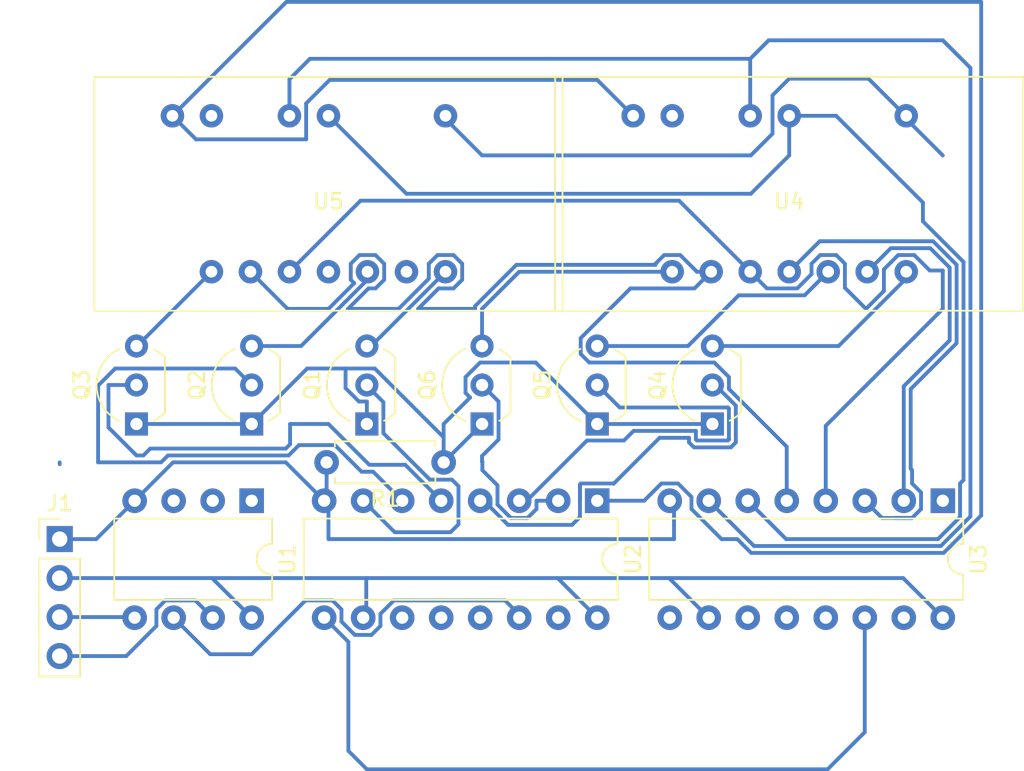
<source format=kicad_pcb>
(kicad_pcb (version 20171130) (host pcbnew 5.1.10)

  (general
    (thickness 1.6)
    (drawings 0)
    (tracks 319)
    (zones 0)
    (modules 13)
    (nets 36)
  )

  (page A4)
  (layers
    (0 F.Cu signal)
    (31 B.Cu signal)
    (33 F.Adhes user)
    (35 F.Paste user)
    (37 F.SilkS user)
    (38 B.Mask user)
    (39 F.Mask user)
    (40 Dwgs.User user)
    (41 Cmts.User user)
    (42 Eco1.User user)
    (43 Eco2.User user)
    (44 Edge.Cuts user)
    (45 Margin user)
    (46 B.CrtYd user)
    (47 F.CrtYd user)
    (49 F.Fab user)
  )

  (setup
    (last_trace_width 0.25)
    (trace_clearance 0.2)
    (zone_clearance 0.508)
    (zone_45_only no)
    (trace_min 0.2)
    (via_size 0.8)
    (via_drill 0.4)
    (via_min_size 0.4)
    (via_min_drill 0.3)
    (uvia_size 0.3)
    (uvia_drill 0.1)
    (uvias_allowed no)
    (uvia_min_size 0.2)
    (uvia_min_drill 0.1)
    (edge_width 0.05)
    (segment_width 0.2)
    (pcb_text_width 0.3)
    (pcb_text_size 1.5 1.5)
    (mod_edge_width 0.12)
    (mod_text_size 1 1)
    (mod_text_width 0.15)
    (pad_size 1.524 1.524)
    (pad_drill 0.762)
    (pad_to_mask_clearance 0)
    (aux_axis_origin 0 0)
    (visible_elements FFFFFF7F)
    (pcbplotparams
      (layerselection 0x010fc_ffffffff)
      (usegerberextensions false)
      (usegerberattributes true)
      (usegerberadvancedattributes true)
      (creategerberjobfile true)
      (excludeedgelayer true)
      (linewidth 0.100000)
      (plotframeref false)
      (viasonmask false)
      (mode 1)
      (useauxorigin false)
      (hpglpennumber 1)
      (hpglpenspeed 20)
      (hpglpendiameter 15.000000)
      (psnegative false)
      (psa4output false)
      (plotreference true)
      (plotvalue true)
      (plotinvisibletext false)
      (padsonsilk false)
      (subtractmaskfromsilk false)
      (outputformat 1)
      (mirror false)
      (drillshape 1)
      (scaleselection 1)
      (outputdirectory ""))
  )

  (net 0 "")
  (net 1 "Net-(J1-Pad4)")
  (net 2 "Net-(J1-Pad3)")
  (net 3 +5V)
  (net 4 GND)
  (net 5 "Net-(Q1-Pad1)")
  (net 6 "Net-(Q1-Pad3)")
  (net 7 "Net-(Q1-Pad2)")
  (net 8 "Net-(Q2-Pad3)")
  (net 9 "Net-(Q2-Pad2)")
  (net 10 "Net-(Q3-Pad3)")
  (net 11 "Net-(Q3-Pad2)")
  (net 12 "Net-(Q4-Pad3)")
  (net 13 "Net-(Q4-Pad2)")
  (net 14 "Net-(Q5-Pad3)")
  (net 15 "Net-(Q5-Pad2)")
  (net 16 "Net-(Q6-Pad3)")
  (net 17 "Net-(Q6-Pad2)")
  (net 18 "Net-(U1-Pad2)")
  (net 19 "Net-(U1-Pad1)")
  (net 20 "Net-(U2-Pad15)")
  (net 21 "Net-(U1-Pad6)")
  (net 22 "Net-(U1-Pad3)")
  (net 23 "Net-(U2-Pad9)")
  (net 24 "Net-(U2-Pad1)")
  (net 25 "Net-(U3-Pad15)")
  (net 26 "Net-(U3-Pad7)")
  (net 27 "Net-(U3-Pad6)")
  (net 28 "Net-(U3-Pad5)")
  (net 29 "Net-(U3-Pad4)")
  (net 30 "Net-(U3-Pad3)")
  (net 31 "Net-(U3-Pad2)")
  (net 32 "Net-(U3-Pad9)")
  (net 33 "Net-(U3-Pad1)")
  (net 34 "Net-(U4-Pad14)")
  (net 35 "Net-(U5-Pad14)")

  (net_class Default "This is the default net class."
    (clearance 0.2)
    (trace_width 0.25)
    (via_dia 0.8)
    (via_drill 0.4)
    (uvia_dia 0.3)
    (uvia_drill 0.1)
    (add_net +5V)
    (add_net GND)
    (add_net "Net-(J1-Pad3)")
    (add_net "Net-(J1-Pad4)")
    (add_net "Net-(Q1-Pad1)")
    (add_net "Net-(Q1-Pad2)")
    (add_net "Net-(Q1-Pad3)")
    (add_net "Net-(Q2-Pad2)")
    (add_net "Net-(Q2-Pad3)")
    (add_net "Net-(Q3-Pad2)")
    (add_net "Net-(Q3-Pad3)")
    (add_net "Net-(Q4-Pad2)")
    (add_net "Net-(Q4-Pad3)")
    (add_net "Net-(Q5-Pad2)")
    (add_net "Net-(Q5-Pad3)")
    (add_net "Net-(Q6-Pad2)")
    (add_net "Net-(Q6-Pad3)")
    (add_net "Net-(U1-Pad1)")
    (add_net "Net-(U1-Pad2)")
    (add_net "Net-(U1-Pad3)")
    (add_net "Net-(U1-Pad6)")
    (add_net "Net-(U2-Pad1)")
    (add_net "Net-(U2-Pad15)")
    (add_net "Net-(U2-Pad9)")
    (add_net "Net-(U3-Pad1)")
    (add_net "Net-(U3-Pad15)")
    (add_net "Net-(U3-Pad2)")
    (add_net "Net-(U3-Pad3)")
    (add_net "Net-(U3-Pad4)")
    (add_net "Net-(U3-Pad5)")
    (add_net "Net-(U3-Pad6)")
    (add_net "Net-(U3-Pad7)")
    (add_net "Net-(U3-Pad9)")
    (add_net "Net-(U4-Pad14)")
    (add_net "Net-(U5-Pad14)")
  )

  (module Package_TO_SOT_THT:TO-92_Inline_Wide (layer F.Cu) (tedit 5A02FF81) (tstamp 60FCB5D1)
    (at -697.5 77.5 90)
    (descr "TO-92 leads in-line, wide, drill 0.75mm (see NXP sot054_po.pdf)")
    (tags "to-92 sc-43 sc-43a sot54 PA33 transistor")
    (path /60FFECDE)
    (fp_text reference Q6 (at 2.54 -3.56 90) (layer F.SilkS)
      (effects (font (size 1 1) (thickness 0.15)))
    )
    (fp_text value 2N7000 (at 2.54 2.79 90) (layer F.Fab)
      (effects (font (size 1 1) (thickness 0.15)))
    )
    (fp_line (start 0.74 1.85) (end 4.34 1.85) (layer F.SilkS) (width 0.12))
    (fp_line (start 0.8 1.75) (end 4.3 1.75) (layer F.Fab) (width 0.1))
    (fp_line (start -1.01 -2.73) (end 6.09 -2.73) (layer F.CrtYd) (width 0.05))
    (fp_line (start -1.01 -2.73) (end -1.01 2.01) (layer F.CrtYd) (width 0.05))
    (fp_line (start 6.09 2.01) (end 6.09 -2.73) (layer F.CrtYd) (width 0.05))
    (fp_line (start 6.09 2.01) (end -1.01 2.01) (layer F.CrtYd) (width 0.05))
    (fp_arc (start 2.54 0) (end 4.34 1.85) (angle -20) (layer F.SilkS) (width 0.12))
    (fp_arc (start 2.54 0) (end 2.54 -2.48) (angle -135) (layer F.Fab) (width 0.1))
    (fp_arc (start 2.54 0) (end 2.54 -2.48) (angle 135) (layer F.Fab) (width 0.1))
    (fp_arc (start 2.54 0) (end 2.54 -2.6) (angle 65) (layer F.SilkS) (width 0.12))
    (fp_arc (start 2.54 0) (end 2.54 -2.6) (angle -65) (layer F.SilkS) (width 0.12))
    (fp_arc (start 2.54 0) (end 0.74 1.85) (angle 20) (layer F.SilkS) (width 0.12))
    (fp_text user %R (at 2.54 0 90) (layer F.Fab)
      (effects (font (size 1 1) (thickness 0.15)))
    )
    (pad 1 thru_hole rect (at 0 0 90) (size 1.5 1.5) (drill 0.8) (layers *.Cu *.Mask)
      (net 5 "Net-(Q1-Pad1)"))
    (pad 3 thru_hole circle (at 5.08 0 90) (size 1.5 1.5) (drill 0.8) (layers *.Cu *.Mask)
      (net 16 "Net-(Q6-Pad3)"))
    (pad 2 thru_hole circle (at 2.54 0 90) (size 1.5 1.5) (drill 0.8) (layers *.Cu *.Mask)
      (net 17 "Net-(Q6-Pad2)"))
    (model ${KISYS3DMOD}/Package_TO_SOT_THT.3dshapes/TO-92_Inline_Wide.wrl
      (at (xyz 0 0 0))
      (scale (xyz 1 1 1))
      (rotate (xyz 0 0 0))
    )
  )

  (module Resistor_THT:R_Axial_DIN0207_L6.3mm_D2.5mm_P7.62mm_Horizontal (layer F.Cu) (tedit 5AE5139B) (tstamp 60FCB5E8)
    (at -700 80 180)
    (descr "Resistor, Axial_DIN0207 series, Axial, Horizontal, pin pitch=7.62mm, 0.25W = 1/4W, length*diameter=6.3*2.5mm^2, http://cdn-reichelt.de/documents/datenblatt/B400/1_4W%23YAG.pdf")
    (tags "Resistor Axial_DIN0207 series Axial Horizontal pin pitch 7.62mm 0.25W = 1/4W length 6.3mm diameter 2.5mm")
    (path /60FCC95C)
    (fp_text reference R1 (at 3.81 -2.37) (layer F.SilkS)
      (effects (font (size 1 1) (thickness 0.15)))
    )
    (fp_text value 220 (at 3.81 2.37) (layer F.Fab)
      (effects (font (size 1 1) (thickness 0.15)))
    )
    (fp_line (start 0.66 -1.25) (end 0.66 1.25) (layer F.Fab) (width 0.1))
    (fp_line (start 0.66 1.25) (end 6.96 1.25) (layer F.Fab) (width 0.1))
    (fp_line (start 6.96 1.25) (end 6.96 -1.25) (layer F.Fab) (width 0.1))
    (fp_line (start 6.96 -1.25) (end 0.66 -1.25) (layer F.Fab) (width 0.1))
    (fp_line (start 0 0) (end 0.66 0) (layer F.Fab) (width 0.1))
    (fp_line (start 7.62 0) (end 6.96 0) (layer F.Fab) (width 0.1))
    (fp_line (start 0.54 -1.04) (end 0.54 -1.37) (layer F.SilkS) (width 0.12))
    (fp_line (start 0.54 -1.37) (end 7.08 -1.37) (layer F.SilkS) (width 0.12))
    (fp_line (start 7.08 -1.37) (end 7.08 -1.04) (layer F.SilkS) (width 0.12))
    (fp_line (start 0.54 1.04) (end 0.54 1.37) (layer F.SilkS) (width 0.12))
    (fp_line (start 0.54 1.37) (end 7.08 1.37) (layer F.SilkS) (width 0.12))
    (fp_line (start 7.08 1.37) (end 7.08 1.04) (layer F.SilkS) (width 0.12))
    (fp_line (start -1.05 -1.5) (end -1.05 1.5) (layer F.CrtYd) (width 0.05))
    (fp_line (start -1.05 1.5) (end 8.67 1.5) (layer F.CrtYd) (width 0.05))
    (fp_line (start 8.67 1.5) (end 8.67 -1.5) (layer F.CrtYd) (width 0.05))
    (fp_line (start 8.67 -1.5) (end -1.05 -1.5) (layer F.CrtYd) (width 0.05))
    (fp_text user %R (at 3.81 0) (layer F.Fab)
      (effects (font (size 1 1) (thickness 0.15)))
    )
    (pad 2 thru_hole oval (at 7.62 0 180) (size 1.6 1.6) (drill 0.8) (layers *.Cu *.Mask)
      (net 4 GND))
    (pad 1 thru_hole circle (at 0 0 180) (size 1.6 1.6) (drill 0.8) (layers *.Cu *.Mask)
      (net 5 "Net-(Q1-Pad1)"))
    (model ${KISYS3DMOD}/Resistor_THT.3dshapes/R_Axial_DIN0207_L6.3mm_D2.5mm_P7.62mm_Horizontal.wrl
      (at (xyz 0 0 0))
      (scale (xyz 1 1 1))
      (rotate (xyz 0 0 0))
    )
  )

  (module Package_TO_SOT_THT:TO-92_Inline_Wide (layer F.Cu) (tedit 5A02FF81) (tstamp 60FCB5BD)
    (at -690 77.5 90)
    (descr "TO-92 leads in-line, wide, drill 0.75mm (see NXP sot054_po.pdf)")
    (tags "to-92 sc-43 sc-43a sot54 PA33 transistor")
    (path /60FFDD8B)
    (fp_text reference Q5 (at 2.54 -3.56 90) (layer F.SilkS)
      (effects (font (size 1 1) (thickness 0.15)))
    )
    (fp_text value 2N7000 (at 2.54 2.79 90) (layer F.Fab)
      (effects (font (size 1 1) (thickness 0.15)))
    )
    (fp_line (start 0.74 1.85) (end 4.34 1.85) (layer F.SilkS) (width 0.12))
    (fp_line (start 0.8 1.75) (end 4.3 1.75) (layer F.Fab) (width 0.1))
    (fp_line (start -1.01 -2.73) (end 6.09 -2.73) (layer F.CrtYd) (width 0.05))
    (fp_line (start -1.01 -2.73) (end -1.01 2.01) (layer F.CrtYd) (width 0.05))
    (fp_line (start 6.09 2.01) (end 6.09 -2.73) (layer F.CrtYd) (width 0.05))
    (fp_line (start 6.09 2.01) (end -1.01 2.01) (layer F.CrtYd) (width 0.05))
    (fp_arc (start 2.54 0) (end 4.34 1.85) (angle -20) (layer F.SilkS) (width 0.12))
    (fp_arc (start 2.54 0) (end 2.54 -2.48) (angle -135) (layer F.Fab) (width 0.1))
    (fp_arc (start 2.54 0) (end 2.54 -2.48) (angle 135) (layer F.Fab) (width 0.1))
    (fp_arc (start 2.54 0) (end 2.54 -2.6) (angle 65) (layer F.SilkS) (width 0.12))
    (fp_arc (start 2.54 0) (end 2.54 -2.6) (angle -65) (layer F.SilkS) (width 0.12))
    (fp_arc (start 2.54 0) (end 0.74 1.85) (angle 20) (layer F.SilkS) (width 0.12))
    (fp_text user %R (at 2.54 0 90) (layer F.Fab)
      (effects (font (size 1 1) (thickness 0.15)))
    )
    (pad 1 thru_hole rect (at 0 0 90) (size 1.5 1.5) (drill 0.8) (layers *.Cu *.Mask)
      (net 5 "Net-(Q1-Pad1)"))
    (pad 3 thru_hole circle (at 5.08 0 90) (size 1.5 1.5) (drill 0.8) (layers *.Cu *.Mask)
      (net 14 "Net-(Q5-Pad3)"))
    (pad 2 thru_hole circle (at 2.54 0 90) (size 1.5 1.5) (drill 0.8) (layers *.Cu *.Mask)
      (net 15 "Net-(Q5-Pad2)"))
    (model ${KISYS3DMOD}/Package_TO_SOT_THT.3dshapes/TO-92_Inline_Wide.wrl
      (at (xyz 0 0 0))
      (scale (xyz 1 1 1))
      (rotate (xyz 0 0 0))
    )
  )

  (module displayModule:HDSP-433G (layer F.Cu) (tedit 60FC5101) (tstamp 60FCB674)
    (at -707.5 62.5)
    (path /60F8DEFB)
    (fp_text reference U5 (at 0 0.5) (layer F.SilkS)
      (effects (font (size 1 1) (thickness 0.15)))
    )
    (fp_text value HDSP-433G (at 0 -0.5) (layer F.Fab)
      (effects (font (size 1 1) (thickness 0.15)))
    )
    (fp_line (start -15.24 -7.62) (end 15.24 -7.62) (layer F.SilkS) (width 0.12))
    (fp_line (start 15.24 -7.62) (end 15.24 7.62) (layer F.SilkS) (width 0.12))
    (fp_line (start 15.24 7.62) (end -15.24 7.62) (layer F.SilkS) (width 0.12))
    (fp_line (start -15.24 7.62) (end -15.24 -7.62) (layer F.SilkS) (width 0.12))
    (pad 4 thru_hole circle (at 0 5.08) (size 1.524 1.524) (drill 0.762) (layers *.Cu *.Mask)
      (net 30 "Net-(U3-Pad3)"))
    (pad 3 thru_hole circle (at -2.54 5.08) (size 1.524 1.524) (drill 0.762) (layers *.Cu *.Mask)
      (net 29 "Net-(U3-Pad4)"))
    (pad 2 thru_hole circle (at -5.08 5.08) (size 1.524 1.524) (drill 0.762) (layers *.Cu *.Mask)
      (net 28 "Net-(U3-Pad5)"))
    (pad 1 thru_hole circle (at -7.62 5.08) (size 1.524 1.524) (drill 0.762) (layers *.Cu *.Mask)
      (net 10 "Net-(Q3-Pad3)"))
    (pad 5 thru_hole circle (at 2.54 5.08) (size 1.524 1.524) (drill 0.762) (layers *.Cu *.Mask)
      (net 8 "Net-(Q2-Pad3)"))
    (pad 6 thru_hole circle (at 5.08 5.08) (size 1.524 1.524) (drill 0.762) (layers *.Cu *.Mask)
      (net 31 "Net-(U3-Pad2)"))
    (pad 7 thru_hole circle (at 7.62 5.08) (size 1.524 1.524) (drill 0.762) (layers *.Cu *.Mask)
      (net 6 "Net-(Q1-Pad3)"))
    (pad 8 thru_hole circle (at 7.62 -5.08) (size 1.524 1.524) (drill 0.762) (layers *.Cu *.Mask)
      (net 33 "Net-(U3-Pad1)"))
    (pad 11 thru_hole circle (at 0 -5.08) (size 1.524 1.524) (drill 0.762) (layers *.Cu *.Mask)
      (net 27 "Net-(U3-Pad6)"))
    (pad 12 thru_hole circle (at -2.54 -5.08) (size 1.524 1.524) (drill 0.762) (layers *.Cu *.Mask)
      (net 26 "Net-(U3-Pad7)"))
    (pad 14 thru_hole circle (at -7.62 -5.08) (size 1.524 1.524) (drill 0.762) (layers *.Cu *.Mask)
      (net 35 "Net-(U5-Pad14)"))
    (pad 15 thru_hole circle (at -10.16 -5.08) (size 1.524 1.524) (drill 0.762) (layers *.Cu *.Mask)
      (net 24 "Net-(U2-Pad1)"))
  )

  (module displayModule:HDSP-433G (layer F.Cu) (tedit 60FC5101) (tstamp 610EBFBB)
    (at -677.5 62.5)
    (path /60F8C95F)
    (fp_text reference U4 (at 0 0.5) (layer F.SilkS)
      (effects (font (size 1 1) (thickness 0.15)))
    )
    (fp_text value HDSP-433G (at 0 -0.5) (layer F.Fab)
      (effects (font (size 1 1) (thickness 0.15)))
    )
    (fp_line (start -15.24 -7.62) (end 15.24 -7.62) (layer F.SilkS) (width 0.12))
    (fp_line (start 15.24 -7.62) (end 15.24 7.62) (layer F.SilkS) (width 0.12))
    (fp_line (start 15.24 7.62) (end -15.24 7.62) (layer F.SilkS) (width 0.12))
    (fp_line (start -15.24 7.62) (end -15.24 -7.62) (layer F.SilkS) (width 0.12))
    (pad 4 thru_hole circle (at 0 5.08) (size 1.524 1.524) (drill 0.762) (layers *.Cu *.Mask)
      (net 30 "Net-(U3-Pad3)"))
    (pad 3 thru_hole circle (at -2.54 5.08) (size 1.524 1.524) (drill 0.762) (layers *.Cu *.Mask)
      (net 29 "Net-(U3-Pad4)"))
    (pad 2 thru_hole circle (at -5.08 5.08) (size 1.524 1.524) (drill 0.762) (layers *.Cu *.Mask)
      (net 28 "Net-(U3-Pad5)"))
    (pad 1 thru_hole circle (at -7.62 5.08) (size 1.524 1.524) (drill 0.762) (layers *.Cu *.Mask)
      (net 16 "Net-(Q6-Pad3)"))
    (pad 5 thru_hole circle (at 2.54 5.08) (size 1.524 1.524) (drill 0.762) (layers *.Cu *.Mask)
      (net 14 "Net-(Q5-Pad3)"))
    (pad 6 thru_hole circle (at 5.08 5.08) (size 1.524 1.524) (drill 0.762) (layers *.Cu *.Mask)
      (net 31 "Net-(U3-Pad2)"))
    (pad 7 thru_hole circle (at 7.62 5.08) (size 1.524 1.524) (drill 0.762) (layers *.Cu *.Mask)
      (net 12 "Net-(Q4-Pad3)"))
    (pad 8 thru_hole circle (at 7.62 -5.08) (size 1.524 1.524) (drill 0.762) (layers *.Cu *.Mask)
      (net 33 "Net-(U3-Pad1)"))
    (pad 11 thru_hole circle (at 0 -5.08) (size 1.524 1.524) (drill 0.762) (layers *.Cu *.Mask)
      (net 27 "Net-(U3-Pad6)"))
    (pad 12 thru_hole circle (at -2.54 -5.08) (size 1.524 1.524) (drill 0.762) (layers *.Cu *.Mask)
      (net 26 "Net-(U3-Pad7)"))
    (pad 14 thru_hole circle (at -7.62 -5.08) (size 1.524 1.524) (drill 0.762) (layers *.Cu *.Mask)
      (net 34 "Net-(U4-Pad14)"))
    (pad 15 thru_hole circle (at -10.16 -5.08) (size 1.524 1.524) (drill 0.762) (layers *.Cu *.Mask)
      (net 24 "Net-(U2-Pad1)"))
  )

  (module Package_DIP:DIP-8_W7.62mm (layer F.Cu) (tedit 5A02E8C5) (tstamp 60FCB604)
    (at -712.5 82.5 270)
    (descr "8-lead though-hole mounted DIP package, row spacing 7.62 mm (300 mils)")
    (tags "THT DIP DIL PDIP 2.54mm 7.62mm 300mil")
    (path /60F8FA89)
    (fp_text reference U1 (at 3.81 -2.33 90) (layer F.SilkS)
      (effects (font (size 1 1) (thickness 0.15)))
    )
    (fp_text value ATtiny85-20PU (at 3.81 9.95 90) (layer F.Fab)
      (effects (font (size 1 1) (thickness 0.15)))
    )
    (fp_line (start 1.635 -1.27) (end 6.985 -1.27) (layer F.Fab) (width 0.1))
    (fp_line (start 6.985 -1.27) (end 6.985 8.89) (layer F.Fab) (width 0.1))
    (fp_line (start 6.985 8.89) (end 0.635 8.89) (layer F.Fab) (width 0.1))
    (fp_line (start 0.635 8.89) (end 0.635 -0.27) (layer F.Fab) (width 0.1))
    (fp_line (start 0.635 -0.27) (end 1.635 -1.27) (layer F.Fab) (width 0.1))
    (fp_line (start 2.81 -1.33) (end 1.16 -1.33) (layer F.SilkS) (width 0.12))
    (fp_line (start 1.16 -1.33) (end 1.16 8.95) (layer F.SilkS) (width 0.12))
    (fp_line (start 1.16 8.95) (end 6.46 8.95) (layer F.SilkS) (width 0.12))
    (fp_line (start 6.46 8.95) (end 6.46 -1.33) (layer F.SilkS) (width 0.12))
    (fp_line (start 6.46 -1.33) (end 4.81 -1.33) (layer F.SilkS) (width 0.12))
    (fp_line (start -1.1 -1.55) (end -1.1 9.15) (layer F.CrtYd) (width 0.05))
    (fp_line (start -1.1 9.15) (end 8.7 9.15) (layer F.CrtYd) (width 0.05))
    (fp_line (start 8.7 9.15) (end 8.7 -1.55) (layer F.CrtYd) (width 0.05))
    (fp_line (start 8.7 -1.55) (end -1.1 -1.55) (layer F.CrtYd) (width 0.05))
    (fp_arc (start 3.81 -1.33) (end 2.81 -1.33) (angle -180) (layer F.SilkS) (width 0.12))
    (pad 8 thru_hole oval (at 7.62 0 270) (size 1.6 1.6) (drill 0.8) (layers *.Cu *.Mask)
      (net 3 +5V))
    (pad 4 thru_hole oval (at 0 7.62 270) (size 1.6 1.6) (drill 0.8) (layers *.Cu *.Mask)
      (net 4 GND))
    (pad 7 thru_hole oval (at 7.62 2.54 270) (size 1.6 1.6) (drill 0.8) (layers *.Cu *.Mask)
      (net 1 "Net-(J1-Pad4)"))
    (pad 3 thru_hole oval (at 0 5.08 270) (size 1.6 1.6) (drill 0.8) (layers *.Cu *.Mask)
      (net 22 "Net-(U1-Pad3)"))
    (pad 6 thru_hole oval (at 7.62 5.08 270) (size 1.6 1.6) (drill 0.8) (layers *.Cu *.Mask)
      (net 21 "Net-(U1-Pad6)"))
    (pad 2 thru_hole oval (at 0 2.54 270) (size 1.6 1.6) (drill 0.8) (layers *.Cu *.Mask)
      (net 18 "Net-(U1-Pad2)"))
    (pad 5 thru_hole oval (at 7.62 7.62 270) (size 1.6 1.6) (drill 0.8) (layers *.Cu *.Mask)
      (net 2 "Net-(J1-Pad3)"))
    (pad 1 thru_hole rect (at 0 0 270) (size 1.6 1.6) (drill 0.8) (layers *.Cu *.Mask)
      (net 19 "Net-(U1-Pad1)"))
    (model ${KISYS3DMOD}/Package_DIP.3dshapes/DIP-8_W7.62mm.wrl
      (at (xyz 0 0 0))
      (scale (xyz 1 1 1))
      (rotate (xyz 0 0 0))
    )
  )

  (module Package_DIP:DIP-16_W7.62mm (layer F.Cu) (tedit 5A02E8C5) (tstamp 60FCB64C)
    (at -667.5 82.5 270)
    (descr "16-lead though-hole mounted DIP package, row spacing 7.62 mm (300 mils)")
    (tags "THT DIP DIL PDIP 2.54mm 7.62mm 300mil")
    (path /60F914F6)
    (fp_text reference U3 (at 3.81 -2.33 90) (layer F.SilkS)
      (effects (font (size 1 1) (thickness 0.15)))
    )
    (fp_text value 74HC595 (at 3.81 20.11 90) (layer F.Fab)
      (effects (font (size 1 1) (thickness 0.15)))
    )
    (fp_line (start 1.635 -1.27) (end 6.985 -1.27) (layer F.Fab) (width 0.1))
    (fp_line (start 6.985 -1.27) (end 6.985 19.05) (layer F.Fab) (width 0.1))
    (fp_line (start 6.985 19.05) (end 0.635 19.05) (layer F.Fab) (width 0.1))
    (fp_line (start 0.635 19.05) (end 0.635 -0.27) (layer F.Fab) (width 0.1))
    (fp_line (start 0.635 -0.27) (end 1.635 -1.27) (layer F.Fab) (width 0.1))
    (fp_line (start 2.81 -1.33) (end 1.16 -1.33) (layer F.SilkS) (width 0.12))
    (fp_line (start 1.16 -1.33) (end 1.16 19.11) (layer F.SilkS) (width 0.12))
    (fp_line (start 1.16 19.11) (end 6.46 19.11) (layer F.SilkS) (width 0.12))
    (fp_line (start 6.46 19.11) (end 6.46 -1.33) (layer F.SilkS) (width 0.12))
    (fp_line (start 6.46 -1.33) (end 4.81 -1.33) (layer F.SilkS) (width 0.12))
    (fp_line (start -1.1 -1.55) (end -1.1 19.3) (layer F.CrtYd) (width 0.05))
    (fp_line (start -1.1 19.3) (end 8.7 19.3) (layer F.CrtYd) (width 0.05))
    (fp_line (start 8.7 19.3) (end 8.7 -1.55) (layer F.CrtYd) (width 0.05))
    (fp_line (start 8.7 -1.55) (end -1.1 -1.55) (layer F.CrtYd) (width 0.05))
    (fp_text user %R (at 3.81 8.89 90) (layer F.Fab)
      (effects (font (size 1 1) (thickness 0.15)))
    )
    (fp_arc (start 3.81 -1.33) (end 2.81 -1.33) (angle -180) (layer F.SilkS) (width 0.12))
    (pad 16 thru_hole oval (at 7.62 0 270) (size 1.6 1.6) (drill 0.8) (layers *.Cu *.Mask)
      (net 3 +5V))
    (pad 8 thru_hole oval (at 0 17.78 270) (size 1.6 1.6) (drill 0.8) (layers *.Cu *.Mask)
      (net 4 GND))
    (pad 15 thru_hole oval (at 7.62 2.54 270) (size 1.6 1.6) (drill 0.8) (layers *.Cu *.Mask)
      (net 25 "Net-(U3-Pad15)"))
    (pad 7 thru_hole oval (at 0 15.24 270) (size 1.6 1.6) (drill 0.8) (layers *.Cu *.Mask)
      (net 26 "Net-(U3-Pad7)"))
    (pad 14 thru_hole oval (at 7.62 5.08 270) (size 1.6 1.6) (drill 0.8) (layers *.Cu *.Mask)
      (net 23 "Net-(U2-Pad9)"))
    (pad 6 thru_hole oval (at 0 12.7 270) (size 1.6 1.6) (drill 0.8) (layers *.Cu *.Mask)
      (net 27 "Net-(U3-Pad6)"))
    (pad 13 thru_hole oval (at 7.62 7.62 270) (size 1.6 1.6) (drill 0.8) (layers *.Cu *.Mask)
      (net 22 "Net-(U1-Pad3)"))
    (pad 5 thru_hole oval (at 0 10.16 270) (size 1.6 1.6) (drill 0.8) (layers *.Cu *.Mask)
      (net 28 "Net-(U3-Pad5)"))
    (pad 12 thru_hole oval (at 7.62 10.16 270) (size 1.6 1.6) (drill 0.8) (layers *.Cu *.Mask)
      (net 22 "Net-(U1-Pad3)"))
    (pad 4 thru_hole oval (at 0 7.62 270) (size 1.6 1.6) (drill 0.8) (layers *.Cu *.Mask)
      (net 29 "Net-(U3-Pad4)"))
    (pad 11 thru_hole oval (at 7.62 12.7 270) (size 1.6 1.6) (drill 0.8) (layers *.Cu *.Mask)
      (net 18 "Net-(U1-Pad2)"))
    (pad 3 thru_hole oval (at 0 5.08 270) (size 1.6 1.6) (drill 0.8) (layers *.Cu *.Mask)
      (net 30 "Net-(U3-Pad3)"))
    (pad 10 thru_hole oval (at 7.62 15.24 270) (size 1.6 1.6) (drill 0.8) (layers *.Cu *.Mask)
      (net 3 +5V))
    (pad 2 thru_hole oval (at 0 2.54 270) (size 1.6 1.6) (drill 0.8) (layers *.Cu *.Mask)
      (net 31 "Net-(U3-Pad2)"))
    (pad 9 thru_hole oval (at 7.62 17.78 270) (size 1.6 1.6) (drill 0.8) (layers *.Cu *.Mask)
      (net 32 "Net-(U3-Pad9)"))
    (pad 1 thru_hole rect (at 0 0 270) (size 1.6 1.6) (drill 0.8) (layers *.Cu *.Mask)
      (net 33 "Net-(U3-Pad1)"))
    (model ${KISYS3DMOD}/Package_DIP.3dshapes/DIP-16_W7.62mm.wrl
      (at (xyz 0 0 0))
      (scale (xyz 1 1 1))
      (rotate (xyz 0 0 0))
    )
  )

  (module Package_DIP:DIP-16_W7.62mm (layer F.Cu) (tedit 5A02E8C5) (tstamp 60FCB628)
    (at -690 82.5 270)
    (descr "16-lead though-hole mounted DIP package, row spacing 7.62 mm (300 mils)")
    (tags "THT DIP DIL PDIP 2.54mm 7.62mm 300mil")
    (path /60F908D5)
    (fp_text reference U2 (at 3.81 -2.33 90) (layer F.SilkS)
      (effects (font (size 1 1) (thickness 0.15)))
    )
    (fp_text value 74HC595 (at 3.81 20.11 90) (layer F.Fab)
      (effects (font (size 1 1) (thickness 0.15)))
    )
    (fp_line (start 1.635 -1.27) (end 6.985 -1.27) (layer F.Fab) (width 0.1))
    (fp_line (start 6.985 -1.27) (end 6.985 19.05) (layer F.Fab) (width 0.1))
    (fp_line (start 6.985 19.05) (end 0.635 19.05) (layer F.Fab) (width 0.1))
    (fp_line (start 0.635 19.05) (end 0.635 -0.27) (layer F.Fab) (width 0.1))
    (fp_line (start 0.635 -0.27) (end 1.635 -1.27) (layer F.Fab) (width 0.1))
    (fp_line (start 2.81 -1.33) (end 1.16 -1.33) (layer F.SilkS) (width 0.12))
    (fp_line (start 1.16 -1.33) (end 1.16 19.11) (layer F.SilkS) (width 0.12))
    (fp_line (start 1.16 19.11) (end 6.46 19.11) (layer F.SilkS) (width 0.12))
    (fp_line (start 6.46 19.11) (end 6.46 -1.33) (layer F.SilkS) (width 0.12))
    (fp_line (start 6.46 -1.33) (end 4.81 -1.33) (layer F.SilkS) (width 0.12))
    (fp_line (start -1.1 -1.55) (end -1.1 19.3) (layer F.CrtYd) (width 0.05))
    (fp_line (start -1.1 19.3) (end 8.7 19.3) (layer F.CrtYd) (width 0.05))
    (fp_line (start 8.7 19.3) (end 8.7 -1.55) (layer F.CrtYd) (width 0.05))
    (fp_line (start 8.7 -1.55) (end -1.1 -1.55) (layer F.CrtYd) (width 0.05))
    (fp_text user %R (at 3.81 8.89 90) (layer F.Fab)
      (effects (font (size 1 1) (thickness 0.15)))
    )
    (fp_arc (start 3.81 -1.33) (end 2.81 -1.33) (angle -180) (layer F.SilkS) (width 0.12))
    (pad 16 thru_hole oval (at 7.62 0 270) (size 1.6 1.6) (drill 0.8) (layers *.Cu *.Mask)
      (net 3 +5V))
    (pad 8 thru_hole oval (at 0 17.78 270) (size 1.6 1.6) (drill 0.8) (layers *.Cu *.Mask)
      (net 4 GND))
    (pad 15 thru_hole oval (at 7.62 2.54 270) (size 1.6 1.6) (drill 0.8) (layers *.Cu *.Mask)
      (net 20 "Net-(U2-Pad15)"))
    (pad 7 thru_hole oval (at 0 15.24 270) (size 1.6 1.6) (drill 0.8) (layers *.Cu *.Mask)
      (net 7 "Net-(Q1-Pad2)"))
    (pad 14 thru_hole oval (at 7.62 5.08 270) (size 1.6 1.6) (drill 0.8) (layers *.Cu *.Mask)
      (net 21 "Net-(U1-Pad6)"))
    (pad 6 thru_hole oval (at 0 12.7 270) (size 1.6 1.6) (drill 0.8) (layers *.Cu *.Mask)
      (net 9 "Net-(Q2-Pad2)"))
    (pad 13 thru_hole oval (at 7.62 7.62 270) (size 1.6 1.6) (drill 0.8) (layers *.Cu *.Mask)
      (net 22 "Net-(U1-Pad3)"))
    (pad 5 thru_hole oval (at 0 10.16 270) (size 1.6 1.6) (drill 0.8) (layers *.Cu *.Mask)
      (net 11 "Net-(Q3-Pad2)"))
    (pad 12 thru_hole oval (at 7.62 10.16 270) (size 1.6 1.6) (drill 0.8) (layers *.Cu *.Mask)
      (net 22 "Net-(U1-Pad3)"))
    (pad 4 thru_hole oval (at 0 7.62 270) (size 1.6 1.6) (drill 0.8) (layers *.Cu *.Mask)
      (net 13 "Net-(Q4-Pad2)"))
    (pad 11 thru_hole oval (at 7.62 12.7 270) (size 1.6 1.6) (drill 0.8) (layers *.Cu *.Mask)
      (net 18 "Net-(U1-Pad2)"))
    (pad 3 thru_hole oval (at 0 5.08 270) (size 1.6 1.6) (drill 0.8) (layers *.Cu *.Mask)
      (net 15 "Net-(Q5-Pad2)"))
    (pad 10 thru_hole oval (at 7.62 15.24 270) (size 1.6 1.6) (drill 0.8) (layers *.Cu *.Mask)
      (net 3 +5V))
    (pad 2 thru_hole oval (at 0 2.54 270) (size 1.6 1.6) (drill 0.8) (layers *.Cu *.Mask)
      (net 17 "Net-(Q6-Pad2)"))
    (pad 9 thru_hole oval (at 7.62 17.78 270) (size 1.6 1.6) (drill 0.8) (layers *.Cu *.Mask)
      (net 23 "Net-(U2-Pad9)"))
    (pad 1 thru_hole rect (at 0 0 270) (size 1.6 1.6) (drill 0.8) (layers *.Cu *.Mask)
      (net 24 "Net-(U2-Pad1)"))
    (model ${KISYS3DMOD}/Package_DIP.3dshapes/DIP-16_W7.62mm.wrl
      (at (xyz 0 0 0))
      (scale (xyz 1 1 1))
      (rotate (xyz 0 0 0))
    )
  )

  (module Package_TO_SOT_THT:TO-92_Inline_Wide (layer F.Cu) (tedit 5A02FF81) (tstamp 610EBB64)
    (at -682.5 77.5 90)
    (descr "TO-92 leads in-line, wide, drill 0.75mm (see NXP sot054_po.pdf)")
    (tags "to-92 sc-43 sc-43a sot54 PA33 transistor")
    (path /60FFD383)
    (fp_text reference Q4 (at 2.54 -3.56 90) (layer F.SilkS)
      (effects (font (size 1 1) (thickness 0.15)))
    )
    (fp_text value 2N7000 (at 2.54 2.79 90) (layer F.Fab)
      (effects (font (size 1 1) (thickness 0.15)))
    )
    (fp_line (start 0.74 1.85) (end 4.34 1.85) (layer F.SilkS) (width 0.12))
    (fp_line (start 0.8 1.75) (end 4.3 1.75) (layer F.Fab) (width 0.1))
    (fp_line (start -1.01 -2.73) (end 6.09 -2.73) (layer F.CrtYd) (width 0.05))
    (fp_line (start -1.01 -2.73) (end -1.01 2.01) (layer F.CrtYd) (width 0.05))
    (fp_line (start 6.09 2.01) (end 6.09 -2.73) (layer F.CrtYd) (width 0.05))
    (fp_line (start 6.09 2.01) (end -1.01 2.01) (layer F.CrtYd) (width 0.05))
    (fp_arc (start 2.54 0) (end 4.34 1.85) (angle -20) (layer F.SilkS) (width 0.12))
    (fp_arc (start 2.54 0) (end 2.54 -2.48) (angle -135) (layer F.Fab) (width 0.1))
    (fp_arc (start 2.54 0) (end 2.54 -2.48) (angle 135) (layer F.Fab) (width 0.1))
    (fp_arc (start 2.54 0) (end 2.54 -2.6) (angle 65) (layer F.SilkS) (width 0.12))
    (fp_arc (start 2.54 0) (end 2.54 -2.6) (angle -65) (layer F.SilkS) (width 0.12))
    (fp_arc (start 2.54 0) (end 0.74 1.85) (angle 20) (layer F.SilkS) (width 0.12))
    (fp_text user %R (at 2.54 0 90) (layer F.Fab)
      (effects (font (size 1 1) (thickness 0.15)))
    )
    (pad 1 thru_hole rect (at 0 0 90) (size 1.5 1.5) (drill 0.8) (layers *.Cu *.Mask)
      (net 5 "Net-(Q1-Pad1)"))
    (pad 3 thru_hole circle (at 5.08 0 90) (size 1.5 1.5) (drill 0.8) (layers *.Cu *.Mask)
      (net 12 "Net-(Q4-Pad3)"))
    (pad 2 thru_hole circle (at 2.54 0 90) (size 1.5 1.5) (drill 0.8) (layers *.Cu *.Mask)
      (net 13 "Net-(Q4-Pad2)"))
    (model ${KISYS3DMOD}/Package_TO_SOT_THT.3dshapes/TO-92_Inline_Wide.wrl
      (at (xyz 0 0 0))
      (scale (xyz 1 1 1))
      (rotate (xyz 0 0 0))
    )
  )

  (module Package_TO_SOT_THT:TO-92_Inline_Wide (layer F.Cu) (tedit 5A02FF81) (tstamp 60FCB595)
    (at -720 77.5 90)
    (descr "TO-92 leads in-line, wide, drill 0.75mm (see NXP sot054_po.pdf)")
    (tags "to-92 sc-43 sc-43a sot54 PA33 transistor")
    (path /60FDB387)
    (fp_text reference Q3 (at 2.54 -3.56 90) (layer F.SilkS)
      (effects (font (size 1 1) (thickness 0.15)))
    )
    (fp_text value 2N7000 (at 2.54 2.79 90) (layer F.Fab)
      (effects (font (size 1 1) (thickness 0.15)))
    )
    (fp_line (start 0.74 1.85) (end 4.34 1.85) (layer F.SilkS) (width 0.12))
    (fp_line (start 0.8 1.75) (end 4.3 1.75) (layer F.Fab) (width 0.1))
    (fp_line (start -1.01 -2.73) (end 6.09 -2.73) (layer F.CrtYd) (width 0.05))
    (fp_line (start -1.01 -2.73) (end -1.01 2.01) (layer F.CrtYd) (width 0.05))
    (fp_line (start 6.09 2.01) (end 6.09 -2.73) (layer F.CrtYd) (width 0.05))
    (fp_line (start 6.09 2.01) (end -1.01 2.01) (layer F.CrtYd) (width 0.05))
    (fp_arc (start 2.54 0) (end 4.34 1.85) (angle -20) (layer F.SilkS) (width 0.12))
    (fp_arc (start 2.54 0) (end 2.54 -2.48) (angle -135) (layer F.Fab) (width 0.1))
    (fp_arc (start 2.54 0) (end 2.54 -2.48) (angle 135) (layer F.Fab) (width 0.1))
    (fp_arc (start 2.54 0) (end 2.54 -2.6) (angle 65) (layer F.SilkS) (width 0.12))
    (fp_arc (start 2.54 0) (end 2.54 -2.6) (angle -65) (layer F.SilkS) (width 0.12))
    (fp_arc (start 2.54 0) (end 0.74 1.85) (angle 20) (layer F.SilkS) (width 0.12))
    (fp_text user %R (at 2.54 0 90) (layer F.Fab)
      (effects (font (size 1 1) (thickness 0.15)))
    )
    (pad 1 thru_hole rect (at 0 0 90) (size 1.5 1.5) (drill 0.8) (layers *.Cu *.Mask)
      (net 5 "Net-(Q1-Pad1)"))
    (pad 3 thru_hole circle (at 5.08 0 90) (size 1.5 1.5) (drill 0.8) (layers *.Cu *.Mask)
      (net 10 "Net-(Q3-Pad3)"))
    (pad 2 thru_hole circle (at 2.54 0 90) (size 1.5 1.5) (drill 0.8) (layers *.Cu *.Mask)
      (net 11 "Net-(Q3-Pad2)"))
    (model ${KISYS3DMOD}/Package_TO_SOT_THT.3dshapes/TO-92_Inline_Wide.wrl
      (at (xyz 0 0 0))
      (scale (xyz 1 1 1))
      (rotate (xyz 0 0 0))
    )
  )

  (module Package_TO_SOT_THT:TO-92_Inline_Wide (layer F.Cu) (tedit 5A02FF81) (tstamp 60FCB581)
    (at -712.5 77.5 90)
    (descr "TO-92 leads in-line, wide, drill 0.75mm (see NXP sot054_po.pdf)")
    (tags "to-92 sc-43 sc-43a sot54 PA33 transistor")
    (path /60FDA55D)
    (fp_text reference Q2 (at 2.54 -3.56 90) (layer F.SilkS)
      (effects (font (size 1 1) (thickness 0.15)))
    )
    (fp_text value 2N7000 (at 2.54 2.79 90) (layer F.Fab)
      (effects (font (size 1 1) (thickness 0.15)))
    )
    (fp_line (start 0.74 1.85) (end 4.34 1.85) (layer F.SilkS) (width 0.12))
    (fp_line (start 0.8 1.75) (end 4.3 1.75) (layer F.Fab) (width 0.1))
    (fp_line (start -1.01 -2.73) (end 6.09 -2.73) (layer F.CrtYd) (width 0.05))
    (fp_line (start -1.01 -2.73) (end -1.01 2.01) (layer F.CrtYd) (width 0.05))
    (fp_line (start 6.09 2.01) (end 6.09 -2.73) (layer F.CrtYd) (width 0.05))
    (fp_line (start 6.09 2.01) (end -1.01 2.01) (layer F.CrtYd) (width 0.05))
    (fp_arc (start 2.54 0) (end 4.34 1.85) (angle -20) (layer F.SilkS) (width 0.12))
    (fp_arc (start 2.54 0) (end 2.54 -2.48) (angle -135) (layer F.Fab) (width 0.1))
    (fp_arc (start 2.54 0) (end 2.54 -2.48) (angle 135) (layer F.Fab) (width 0.1))
    (fp_arc (start 2.54 0) (end 2.54 -2.6) (angle 65) (layer F.SilkS) (width 0.12))
    (fp_arc (start 2.54 0) (end 2.54 -2.6) (angle -65) (layer F.SilkS) (width 0.12))
    (fp_arc (start 2.54 0) (end 0.74 1.85) (angle 20) (layer F.SilkS) (width 0.12))
    (fp_text user %R (at 2.54 0 90) (layer F.Fab)
      (effects (font (size 1 1) (thickness 0.15)))
    )
    (pad 1 thru_hole rect (at 0 0 90) (size 1.5 1.5) (drill 0.8) (layers *.Cu *.Mask)
      (net 5 "Net-(Q1-Pad1)"))
    (pad 3 thru_hole circle (at 5.08 0 90) (size 1.5 1.5) (drill 0.8) (layers *.Cu *.Mask)
      (net 8 "Net-(Q2-Pad3)"))
    (pad 2 thru_hole circle (at 2.54 0 90) (size 1.5 1.5) (drill 0.8) (layers *.Cu *.Mask)
      (net 9 "Net-(Q2-Pad2)"))
    (model ${KISYS3DMOD}/Package_TO_SOT_THT.3dshapes/TO-92_Inline_Wide.wrl
      (at (xyz 0 0 0))
      (scale (xyz 1 1 1))
      (rotate (xyz 0 0 0))
    )
  )

  (module Package_TO_SOT_THT:TO-92_Inline_Wide (layer F.Cu) (tedit 5A02FF81) (tstamp 60FCB56D)
    (at -705 77.5 90)
    (descr "TO-92 leads in-line, wide, drill 0.75mm (see NXP sot054_po.pdf)")
    (tags "to-92 sc-43 sc-43a sot54 PA33 transistor")
    (path /60FD6091)
    (fp_text reference Q1 (at 2.54 -3.56 90) (layer F.SilkS)
      (effects (font (size 1 1) (thickness 0.15)))
    )
    (fp_text value 2N7000 (at 2.54 2.79 90) (layer F.Fab)
      (effects (font (size 1 1) (thickness 0.15)))
    )
    (fp_line (start 0.74 1.85) (end 4.34 1.85) (layer F.SilkS) (width 0.12))
    (fp_line (start 0.8 1.75) (end 4.3 1.75) (layer F.Fab) (width 0.1))
    (fp_line (start -1.01 -2.73) (end 6.09 -2.73) (layer F.CrtYd) (width 0.05))
    (fp_line (start -1.01 -2.73) (end -1.01 2.01) (layer F.CrtYd) (width 0.05))
    (fp_line (start 6.09 2.01) (end 6.09 -2.73) (layer F.CrtYd) (width 0.05))
    (fp_line (start 6.09 2.01) (end -1.01 2.01) (layer F.CrtYd) (width 0.05))
    (fp_arc (start 2.54 0) (end 4.34 1.85) (angle -20) (layer F.SilkS) (width 0.12))
    (fp_arc (start 2.54 0) (end 2.54 -2.48) (angle -135) (layer F.Fab) (width 0.1))
    (fp_arc (start 2.54 0) (end 2.54 -2.48) (angle 135) (layer F.Fab) (width 0.1))
    (fp_arc (start 2.54 0) (end 2.54 -2.6) (angle 65) (layer F.SilkS) (width 0.12))
    (fp_arc (start 2.54 0) (end 2.54 -2.6) (angle -65) (layer F.SilkS) (width 0.12))
    (fp_arc (start 2.54 0) (end 0.74 1.85) (angle 20) (layer F.SilkS) (width 0.12))
    (fp_text user %R (at 2.54 0 90) (layer F.Fab)
      (effects (font (size 1 1) (thickness 0.15)))
    )
    (pad 1 thru_hole rect (at 0 0 90) (size 1.5 1.5) (drill 0.8) (layers *.Cu *.Mask)
      (net 5 "Net-(Q1-Pad1)"))
    (pad 3 thru_hole circle (at 5.08 0 90) (size 1.5 1.5) (drill 0.8) (layers *.Cu *.Mask)
      (net 6 "Net-(Q1-Pad3)"))
    (pad 2 thru_hole circle (at 2.54 0 90) (size 1.5 1.5) (drill 0.8) (layers *.Cu *.Mask)
      (net 7 "Net-(Q1-Pad2)"))
    (model ${KISYS3DMOD}/Package_TO_SOT_THT.3dshapes/TO-92_Inline_Wide.wrl
      (at (xyz 0 0 0))
      (scale (xyz 1 1 1))
      (rotate (xyz 0 0 0))
    )
  )

  (module Connector_PinHeader_2.54mm:PinHeader_1x04_P2.54mm_Vertical (layer F.Cu) (tedit 59FED5CC) (tstamp 60FCB559)
    (at -725 85)
    (descr "Through hole straight pin header, 1x04, 2.54mm pitch, single row")
    (tags "Through hole pin header THT 1x04 2.54mm single row")
    (path /60F92502)
    (fp_text reference J1 (at 0 -2.33) (layer F.SilkS)
      (effects (font (size 1 1) (thickness 0.15)))
    )
    (fp_text value Connector (at 0 9.95) (layer F.Fab)
      (effects (font (size 1 1) (thickness 0.15)))
    )
    (fp_line (start -0.635 -1.27) (end 1.27 -1.27) (layer F.Fab) (width 0.1))
    (fp_line (start 1.27 -1.27) (end 1.27 8.89) (layer F.Fab) (width 0.1))
    (fp_line (start 1.27 8.89) (end -1.27 8.89) (layer F.Fab) (width 0.1))
    (fp_line (start -1.27 8.89) (end -1.27 -0.635) (layer F.Fab) (width 0.1))
    (fp_line (start -1.27 -0.635) (end -0.635 -1.27) (layer F.Fab) (width 0.1))
    (fp_line (start -1.33 8.95) (end 1.33 8.95) (layer F.SilkS) (width 0.12))
    (fp_line (start -1.33 1.27) (end -1.33 8.95) (layer F.SilkS) (width 0.12))
    (fp_line (start 1.33 1.27) (end 1.33 8.95) (layer F.SilkS) (width 0.12))
    (fp_line (start -1.33 1.27) (end 1.33 1.27) (layer F.SilkS) (width 0.12))
    (fp_line (start -1.33 0) (end -1.33 -1.33) (layer F.SilkS) (width 0.12))
    (fp_line (start -1.33 -1.33) (end 0 -1.33) (layer F.SilkS) (width 0.12))
    (fp_line (start -1.8 -1.8) (end -1.8 9.4) (layer F.CrtYd) (width 0.05))
    (fp_line (start -1.8 9.4) (end 1.8 9.4) (layer F.CrtYd) (width 0.05))
    (fp_line (start 1.8 9.4) (end 1.8 -1.8) (layer F.CrtYd) (width 0.05))
    (fp_line (start 1.8 -1.8) (end -1.8 -1.8) (layer F.CrtYd) (width 0.05))
    (fp_text user %R (at 0 3.81 90) (layer F.Fab)
      (effects (font (size 1 1) (thickness 0.15)))
    )
    (pad 4 thru_hole oval (at 0 7.62) (size 1.7 1.7) (drill 1) (layers *.Cu *.Mask)
      (net 1 "Net-(J1-Pad4)"))
    (pad 3 thru_hole oval (at 0 5.08) (size 1.7 1.7) (drill 1) (layers *.Cu *.Mask)
      (net 2 "Net-(J1-Pad3)"))
    (pad 2 thru_hole oval (at 0 2.54) (size 1.7 1.7) (drill 1) (layers *.Cu *.Mask)
      (net 3 +5V))
    (pad 1 thru_hole rect (at 0 0) (size 1.7 1.7) (drill 1) (layers *.Cu *.Mask)
      (net 4 GND))
    (model ${KISYS3DMOD}/Connector_PinHeader_2.54mm.3dshapes/PinHeader_1x04_P2.54mm_Vertical.wrl
      (at (xyz 0 0 0))
      (scale (xyz 1 1 1))
      (rotate (xyz 0 0 0))
    )
  )

  (segment (start -716.165001 88.994999) (end -715.04 90.12) (width 0.25) (layer B.Cu) (net 1))
  (segment (start -718.120001 88.994999) (end -716.165001 88.994999) (width 0.25) (layer B.Cu) (net 1))
  (segment (start -718.705001 89.579999) (end -718.120001 88.994999) (width 0.25) (layer B.Cu) (net 1))
  (segment (start -718.705001 90.660001) (end -718.705001 89.579999) (width 0.25) (layer B.Cu) (net 1))
  (segment (start -720.665 92.62) (end -718.705001 90.660001) (width 0.25) (layer B.Cu) (net 1))
  (segment (start -725 92.62) (end -720.665 92.62) (width 0.25) (layer B.Cu) (net 1))
  (segment (start -725 90.08) (end -720.08 90.08) (width 0.25) (layer B.Cu) (net 2))
  (segment (start -715.08 87.54) (end -712.5 90.12) (width 0.25) (layer B.Cu) (net 3))
  (segment (start -725 87.54) (end -715.08 87.54) (width 0.25) (layer B.Cu) (net 3))
  (segment (start -715.08 87.54) (end -705.04 87.54) (width 0.25) (layer B.Cu) (net 3))
  (segment (start -692.58 87.54) (end -690 90.12) (width 0.25) (layer B.Cu) (net 3))
  (segment (start -705.04 87.54) (end -692.58 87.54) (width 0.25) (layer B.Cu) (net 3))
  (segment (start -685.32 87.54) (end -682.74 90.12) (width 0.25) (layer B.Cu) (net 3))
  (segment (start -692.58 87.54) (end -685.32 87.54) (width 0.25) (layer B.Cu) (net 3))
  (segment (start -670.08 87.54) (end -667.5 90.12) (width 0.25) (layer B.Cu) (net 3))
  (segment (start -685.32 87.54) (end -670.08 87.54) (width 0.25) (layer B.Cu) (net 3))
  (segment (start -705.04 89.92) (end -705.24 90.12) (width 0.25) (layer B.Cu) (net 3))
  (segment (start -705.04 87.54) (end -705.04 89.92) (width 0.25) (layer B.Cu) (net 3))
  (segment (start -722.62 85) (end -720.12 82.5) (width 0.25) (layer B.Cu) (net 4))
  (segment (start -725 85) (end -722.62 85) (width 0.25) (layer B.Cu) (net 4))
  (segment (start -685 82.78) (end -685.28 82.5) (width 0.25) (layer B.Cu) (net 4))
  (segment (start -685 85) (end -685 82.78) (width 0.25) (layer B.Cu) (net 4))
  (segment (start -707.5 82.78) (end -707.78 82.5) (width 0.25) (layer B.Cu) (net 4))
  (segment (start -707.5 85) (end -707.5 82.78) (width 0.25) (layer B.Cu) (net 4))
  (segment (start -707.5 85) (end -685 85) (width 0.25) (layer B.Cu) (net 4))
  (segment (start -720.12 82.5) (end -717.62 80) (width 0.25) (layer B.Cu) (net 4))
  (segment (start -710.28 80) (end -707.78 82.5) (width 0.25) (layer B.Cu) (net 4))
  (segment (start -717.62 80) (end -710.28 80) (width 0.25) (layer B.Cu) (net 4))
  (segment (start -725 80.12) (end -725 80) (width 0.25) (layer B.Cu) (net 4))
  (segment (start -707.62 82.34) (end -707.78 82.5) (width 0.25) (layer B.Cu) (net 4))
  (segment (start -707.62 80) (end -707.62 82.34) (width 0.25) (layer B.Cu) (net 4))
  (segment (start -690 77.5) (end -682.5 77.5) (width 0.25) (layer B.Cu) (net 5))
  (segment (start -712.5 77.5) (end -708.884999 73.884999) (width 0.25) (layer B.Cu) (net 5))
  (segment (start -720 77.5) (end -712.5 77.5) (width 0.25) (layer B.Cu) (net 5))
  (segment (start -705.516001 76.035001) (end -706.384999 75.166003) (width 0.25) (layer B.Cu) (net 5))
  (segment (start -705 76.035001) (end -705.516001 76.035001) (width 0.25) (layer B.Cu) (net 5))
  (segment (start -705 77.5) (end -705 76.035001) (width 0.25) (layer B.Cu) (net 5))
  (segment (start -706.384999 75.166003) (end -706.384999 73.884999) (width 0.25) (layer B.Cu) (net 5))
  (segment (start -708.884999 73.884999) (end -706.384999 73.884999) (width 0.25) (layer B.Cu) (net 5))
  (segment (start -697.5 77.5) (end -700 80) (width 0.25) (layer B.Cu) (net 5))
  (segment (start -704.483999 73.884999) (end -706.384999 73.884999) (width 0.25) (layer B.Cu) (net 5))
  (segment (start -700 78.368998) (end -704.483999 73.884999) (width 0.25) (layer B.Cu) (net 5))
  (segment (start -700 80) (end -700 78.368998) (width 0.25) (layer B.Cu) (net 5))
  (segment (start -698.575001 74.443999) (end -697.626003 73.495001) (width 0.25) (layer B.Cu) (net 5))
  (segment (start -698.575001 75.476001) (end -698.575001 74.443999) (width 0.25) (layer B.Cu) (net 5))
  (segment (start -698.275501 75.775501) (end -698.575001 75.476001) (width 0.25) (layer B.Cu) (net 5))
  (segment (start -700 77.5) (end -698.275501 75.775501) (width 0.25) (layer B.Cu) (net 5))
  (segment (start -700 78.368998) (end -700 77.5) (width 0.25) (layer B.Cu) (net 5))
  (segment (start -694.004999 73.495001) (end -690 77.5) (width 0.25) (layer B.Cu) (net 5))
  (segment (start -697.626003 73.495001) (end -694.004999 73.495001) (width 0.25) (layer B.Cu) (net 5))
  (segment (start -704.72 72.42) (end -705 72.42) (width 0.25) (layer B.Cu) (net 6))
  (segment (start -699.88 67.58) (end -704.72 72.42) (width 0.25) (layer B.Cu) (net 6))
  (segment (start -699.54999 84.54999) (end -703.19001 84.54999) (width 0.25) (layer B.Cu) (net 7))
  (segment (start -703.19001 84.54999) (end -705.24 82.5) (width 0.25) (layer B.Cu) (net 7))
  (segment (start -699.459999 81.125001) (end -699.034999 81.550001) (width 0.25) (layer B.Cu) (net 7))
  (segment (start -700.898589 81.125001) (end -699.459999 81.125001) (width 0.25) (layer B.Cu) (net 7))
  (segment (start -699.034999 84.034999) (end -699.54999 84.54999) (width 0.25) (layer B.Cu) (net 7))
  (segment (start -699.034999 81.550001) (end -699.034999 84.034999) (width 0.25) (layer B.Cu) (net 7))
  (segment (start -703.924999 78.098591) (end -700.898589 81.125001) (width 0.25) (layer B.Cu) (net 7))
  (segment (start -705 75) (end -703.924999 76.075001) (width 0.25) (layer B.Cu) (net 7))
  (segment (start -703.924999 76.075001) (end -703.924999 78.098591) (width 0.25) (layer B.Cu) (net 7))
  (segment (start -705 74.96) (end -705 75) (width 0.25) (layer B.Cu) (net 7))
  (segment (start -704.96 68.09641) (end -709.28359 72.42) (width 0.25) (layer B.Cu) (net 8))
  (segment (start -709.28359 72.42) (end -712.5 72.42) (width 0.25) (layer B.Cu) (net 8))
  (segment (start -704.96 67.58) (end -704.96 68.09641) (width 0.25) (layer B.Cu) (net 8))
  (segment (start -702.721412 82.5) (end -702.7 82.5) (width 0.25) (layer B.Cu) (net 9))
  (segment (start -713.575001 73.884999) (end -712.5 74.96) (width 0.25) (layer B.Cu) (net 9))
  (segment (start -721.384999 73.884999) (end -713.575001 73.884999) (width 0.25) (layer B.Cu) (net 9))
  (segment (start -722.5 80) (end -722.5 75) (width 0.25) (layer B.Cu) (net 9))
  (segment (start -718.400018 80) (end -722.5 80) (width 0.25) (layer B.Cu) (net 9))
  (segment (start -717.950009 79.549991) (end -718.400018 80) (width 0.25) (layer B.Cu) (net 9))
  (segment (start -710.0936 79.54999) (end -717.950009 79.549991) (width 0.25) (layer B.Cu) (net 9))
  (segment (start -709.418609 78.874999) (end -710.0936 79.54999) (width 0.25) (layer B.Cu) (net 9))
  (segment (start -707.079999 78.874999) (end -709.418609 78.874999) (width 0.25) (layer B.Cu) (net 9))
  (segment (start -705.344988 80.61001) (end -707.079999 78.874999) (width 0.25) (layer B.Cu) (net 9))
  (segment (start -704.58999 80.61001) (end -705.344988 80.61001) (width 0.25) (layer B.Cu) (net 9))
  (segment (start -722.5 75) (end -721.384999 73.884999) (width 0.25) (layer B.Cu) (net 9))
  (segment (start -702.7 82.5) (end -704.58999 80.61001) (width 0.25) (layer B.Cu) (net 9))
  (segment (start -719.96 72.42) (end -720 72.42) (width 0.25) (layer B.Cu) (net 10))
  (segment (start -715.12 67.58) (end -719.96 72.42) (width 0.25) (layer B.Cu) (net 10))
  (segment (start -720.181412 74.96) (end -720 74.96) (width 0.25) (layer B.Cu) (net 11))
  (segment (start -720 74.96) (end -721.82359 74.96) (width 0.25) (layer B.Cu) (net 11))
  (segment (start -721.82359 74.96) (end -721.82359 77.7264) (width 0.25) (layer B.Cu) (net 11))
  (segment (start -721.82359 77.7264) (end -720 79.54999) (width 0.25) (layer B.Cu) (net 11))
  (segment (start -700.16 82.5) (end -702.5 80.16) (width 0.25) (layer B.Cu) (net 11))
  (segment (start -702.5 80.16) (end -704.84 80.16) (width 0.25) (layer B.Cu) (net 11))
  (segment (start -704.84 80.16) (end -707.5 77.5) (width 0.25) (layer B.Cu) (net 11))
  (segment (start -707.5 77.5) (end -710 77.5) (width 0.25) (layer B.Cu) (net 11))
  (segment (start -710 77.5) (end -710 78.81998) (width 0.25) (layer B.Cu) (net 11))
  (segment (start -710.280002 79.099982) (end -719.099982 79.099982) (width 0.25) (layer B.Cu) (net 11))
  (segment (start -719.099982 79.099982) (end -719.54999 79.54999) (width 0.25) (layer B.Cu) (net 11))
  (segment (start -710 78.81998) (end -710.280002 79.099982) (width 0.25) (layer B.Cu) (net 11))
  (segment (start -719.54999 79.54999) (end -720 79.54999) (width 0.25) (layer B.Cu) (net 11))
  (segment (start -669.88 68.01641) (end -669.88 67.58) (width 0.25) (layer B.Cu) (net 12))
  (segment (start -674.28359 72.42) (end -669.88 68.01641) (width 0.25) (layer B.Cu) (net 12))
  (segment (start -682.5 72.42) (end -674.28359 72.42) (width 0.25) (layer B.Cu) (net 12))
  (segment (start -682.5 75) (end -682.5 74.96) (width 0.25) (layer B.Cu) (net 13))
  (segment (start -682.46 75) (end -682.5 74.96) (width 0.25) (layer B.Cu) (net 13))
  (segment (start -682.278588 75) (end -682.46 75) (width 0.25) (layer B.Cu) (net 13))
  (segment (start -697.62 82.5) (end -697.5 82.5) (width 0.25) (layer B.Cu) (net 13))
  (segment (start -680.97499 76.303598) (end -682.318588 74.96) (width 0.25) (layer B.Cu) (net 13))
  (segment (start -680.974989 78.696401) (end -680.97499 76.303598) (width 0.25) (layer B.Cu) (net 13))
  (segment (start -684.025011 78.40002) (end -684.02501 78.696402) (width 0.25) (layer B.Cu) (net 13))
  (segment (start -685.94002 78.40002) (end -684.025011 78.40002) (width 0.25) (layer B.Cu) (net 13))
  (segment (start -681.303598 79.02501) (end -680.974989 78.696401) (width 0.25) (layer B.Cu) (net 13))
  (segment (start -684.02501 78.696402) (end -683.696401 79.025011) (width 0.25) (layer B.Cu) (net 13))
  (segment (start -682.318588 74.96) (end -682.5 74.96) (width 0.25) (layer B.Cu) (net 13))
  (segment (start -688.927499 81.387499) (end -685.94002 78.40002) (width 0.25) (layer B.Cu) (net 13))
  (segment (start -683.696401 79.025011) (end -681.303598 79.02501) (width 0.25) (layer B.Cu) (net 13))
  (segment (start -688.939999 81.374999) (end -688.927499 81.387499) (width 0.25) (layer B.Cu) (net 13))
  (segment (start -691.060001 81.374999) (end -688.939999 81.374999) (width 0.25) (layer B.Cu) (net 13))
  (segment (start -691.125001 81.439999) (end -691.060001 81.374999) (width 0.25) (layer B.Cu) (net 13))
  (segment (start -691.125001 82.5) (end -691.125001 81.439999) (width 0.25) (layer B.Cu) (net 13))
  (segment (start -691.125001 81.439999) (end -691.125001 83.560001) (width 0.25) (layer B.Cu) (net 13))
  (segment (start -691.64001 84.07501) (end -691.125001 83.560001) (width 0.25) (layer B.Cu) (net 13))
  (segment (start -695.806401 84.075011) (end -691.64001 84.07501) (width 0.25) (layer B.Cu) (net 13))
  (segment (start -696.945008 82.936404) (end -695.806401 84.075011) (width 0.25) (layer B.Cu) (net 13))
  (segment (start -696.945009 82.5) (end -696.945008 82.936404) (width 0.25) (layer B.Cu) (net 13))
  (segment (start -697.62 82.5) (end -696.945009 82.5) (width 0.25) (layer B.Cu) (net 13))
  (segment (start -676.497011 69.117011) (end -674.96 67.58) (width 0.25) (layer B.Cu) (net 14))
  (segment (start -680.788013 69.117011) (end -676.497011 69.117011) (width 0.25) (layer B.Cu) (net 14))
  (segment (start -684.091002 72.42) (end -680.788013 69.117011) (width 0.25) (layer B.Cu) (net 14))
  (segment (start -690 72.42) (end -684.091002 72.42) (width 0.25) (layer B.Cu) (net 14))
  (segment (start -688.535001 76.424999) (end -690 74.96) (width 0.25) (layer B.Cu) (net 15))
  (segment (start -681.489999 76.424999) (end -688.535001 76.424999) (width 0.25) (layer B.Cu) (net 15))
  (segment (start -681.424999 78.510001) (end -681.424999 76.489999) (width 0.25) (layer B.Cu) (net 15))
  (segment (start -681.489999 78.575001) (end -681.424999 78.510001) (width 0.25) (layer B.Cu) (net 15))
  (segment (start -683.575001 78.510001) (end -683.510001 78.575001) (width 0.25) (layer B.Cu) (net 15))
  (segment (start -681.424999 76.489999) (end -681.489999 76.424999) (width 0.25) (layer B.Cu) (net 15))
  (segment (start -683.575001 77.95001) (end -683.575001 78.510001) (width 0.25) (layer B.Cu) (net 15))
  (segment (start -687.635012 77.95001) (end -683.575001 77.95001) (width 0.25) (layer B.Cu) (net 15))
  (segment (start -683.510001 78.575001) (end -681.489999 78.575001) (width 0.25) (layer B.Cu) (net 15))
  (segment (start -688.260003 78.575001) (end -687.635012 77.95001) (width 0.25) (layer B.Cu) (net 15))
  (segment (start -690.66641 78.575001) (end -688.260003 78.575001) (width 0.25) (layer B.Cu) (net 15))
  (segment (start -694.591409 82.5) (end -690.66641 78.575001) (width 0.25) (layer B.Cu) (net 15))
  (segment (start -695.08 82.5) (end -694.591409 82.5) (width 0.25) (layer B.Cu) (net 15))
  (segment (start -697.5 72.42) (end -697.5 70) (width 0.25) (layer B.Cu) (net 16))
  (segment (start -695.08 67.58) (end -685.12 67.58) (width 0.25) (layer B.Cu) (net 16))
  (segment (start -697.5 70) (end -695.08 67.58) (width 0.25) (layer B.Cu) (net 16))
  (segment (start -692.54 82.5) (end -692.5 82.5) (width 0.25) (layer B.Cu) (net 17))
  (segment (start -695.620001 83.625001) (end -696.494999 82.750003) (width 0.25) (layer B.Cu) (net 17))
  (segment (start -694.539999 83.625001) (end -695.620001 83.625001) (width 0.25) (layer B.Cu) (net 17))
  (segment (start -693.954999 83.040001) (end -694.539999 83.625001) (width 0.25) (layer B.Cu) (net 17))
  (segment (start -693.954999 82.5) (end -693.954999 83.040001) (width 0.25) (layer B.Cu) (net 17))
  (segment (start -692.54 82.5) (end -693.954999 82.5) (width 0.25) (layer B.Cu) (net 17))
  (segment (start -696.494999 82.750003) (end -696.494999 81.494999) (width 0.25) (layer B.Cu) (net 17))
  (segment (start -697.48 80.509998) (end -697.48 79.98) (width 0.25) (layer B.Cu) (net 17))
  (segment (start -696.494999 81.494999) (end -697.48 80.509998) (width 0.25) (layer B.Cu) (net 17))
  (segment (start -696.424999 76.035001) (end -697.5 74.96) (width 0.25) (layer B.Cu) (net 17))
  (segment (start -696.424999 78.510001) (end -696.424999 76.035001) (width 0.25) (layer B.Cu) (net 17))
  (segment (start -697.5 79.585002) (end -696.424999 78.510001) (width 0.25) (layer B.Cu) (net 17))
  (segment (start -697.5 79.96) (end -697.5 79.585002) (width 0.25) (layer B.Cu) (net 17))
  (segment (start -697.48 79.98) (end -697.5 79.96) (width 0.25) (layer B.Cu) (net 17))
  (segment (start -695.08 89.92) (end -695.08 90.12) (width 0.25) (layer B.Cu) (net 21))
  (segment (start -717.58 90.12) (end -715.2 92.5) (width 0.25) (layer B.Cu) (net 21))
  (segment (start -703.240001 88.994999) (end -696.005001 88.994999) (width 0.25) (layer B.Cu) (net 21))
  (segment (start -712.5 92.5) (end -708.994999 88.994999) (width 0.25) (layer B.Cu) (net 21))
  (segment (start -708.994999 88.994999) (end -707.239999 88.994999) (width 0.25) (layer B.Cu) (net 21))
  (segment (start -715.2 92.5) (end -712.5 92.5) (width 0.25) (layer B.Cu) (net 21))
  (segment (start -704.114999 89.869997) (end -703.240001 88.994999) (width 0.25) (layer B.Cu) (net 21))
  (segment (start -707.239999 88.994999) (end -706.654999 89.579999) (width 0.25) (layer B.Cu) (net 21))
  (segment (start -704.699999 91.245001) (end -704.114999 90.660001) (width 0.25) (layer B.Cu) (net 21))
  (segment (start -704.114999 90.660001) (end -704.114999 89.869997) (width 0.25) (layer B.Cu) (net 21))
  (segment (start -706.654999 89.579999) (end -706.654999 90.370003) (width 0.25) (layer B.Cu) (net 21))
  (segment (start -706.654999 90.370003) (end -705.780001 91.245001) (width 0.25) (layer B.Cu) (net 21))
  (segment (start -705.780001 91.245001) (end -704.699999 91.245001) (width 0.25) (layer B.Cu) (net 21))
  (segment (start -696.005001 88.994999) (end -695.08 89.92) (width 0.25) (layer B.Cu) (net 21))
  (segment (start -706.204989 91.695011) (end -706.204989 98.795011) (width 0.25) (layer B.Cu) (net 23))
  (segment (start -707.78 90.12) (end -706.204989 91.695011) (width 0.25) (layer B.Cu) (net 23))
  (segment (start -706.204989 98.795011) (end -705 100) (width 0.25) (layer B.Cu) (net 23))
  (segment (start -705 100) (end -675 100) (width 0.25) (layer B.Cu) (net 23))
  (segment (start -672.58 97.58) (end -672.58 90.12) (width 0.25) (layer B.Cu) (net 23))
  (segment (start -675 100) (end -672.58 97.58) (width 0.25) (layer B.Cu) (net 23))
  (segment (start -687.66 57.42) (end -690 55.08) (width 0.25) (layer B.Cu) (net 24))
  (segment (start -690 55.08) (end -707.42 55.08) (width 0.25) (layer B.Cu) (net 24))
  (segment (start -708.952999 56.612999) (end -708.952999 58.952999) (width 0.25) (layer B.Cu) (net 24))
  (segment (start -707.42 55.08) (end -708.952999 56.612999) (width 0.25) (layer B.Cu) (net 24))
  (segment (start -716.127001 58.952999) (end -717.66 57.42) (width 0.25) (layer B.Cu) (net 24))
  (segment (start -708.952999 58.952999) (end -716.127001 58.952999) (width 0.25) (layer B.Cu) (net 24))
  (segment (start -683.865001 83.040001) (end -681.905002 85) (width 0.25) (layer B.Cu) (net 24))
  (segment (start -683.865001 82.249997) (end -683.865001 83.040001) (width 0.25) (layer B.Cu) (net 24))
  (segment (start -684.739999 81.374999) (end -683.865001 82.249997) (width 0.25) (layer B.Cu) (net 24))
  (segment (start -685.820001 81.374999) (end -684.739999 81.374999) (width 0.25) (layer B.Cu) (net 24))
  (segment (start -686.945002 82.5) (end -685.820001 81.374999) (width 0.25) (layer B.Cu) (net 24))
  (segment (start -690 82.5) (end -686.945002 82.5) (width 0.25) (layer B.Cu) (net 24))
  (segment (start -710.24 50) (end -717.66 57.42) (width 0.25) (layer B.Cu) (net 24))
  (segment (start -665 50) (end -710.24 50) (width 0.25) (layer B.Cu) (net 24))
  (segment (start -667.442196 85.900018) (end -665 83.457822) (width 0.25) (layer B.Cu) (net 24))
  (segment (start -679.976389 85.900019) (end -667.442196 85.900018) (width 0.25) (layer B.Cu) (net 24))
  (segment (start -665 83.457822) (end -665 50) (width 0.25) (layer B.Cu) (net 24))
  (segment (start -680.876408 85) (end -679.976389 85.900019) (width 0.25) (layer B.Cu) (net 24))
  (segment (start -681.905002 85) (end -680.876408 85) (width 0.25) (layer B.Cu) (net 24))
  (segment (start -680.04 53.707001) (end -680.04 57.42) (width 0.25) (layer B.Cu) (net 26))
  (segment (start -680.04 53.707001) (end -708.707001 53.707001) (width 0.25) (layer B.Cu) (net 26))
  (segment (start -710.04 55.04) (end -710.04 57.42) (width 0.25) (layer B.Cu) (net 26))
  (segment (start -708.707001 53.707001) (end -710.04 55.04) (width 0.25) (layer B.Cu) (net 26))
  (segment (start -667.5 52.5) (end -678.832999 52.5) (width 0.25) (layer B.Cu) (net 26))
  (segment (start -666.374999 53.625001) (end -667.5 52.5) (width 0.25) (layer B.Cu) (net 26))
  (segment (start -678.832999 52.5) (end -680.04 53.707001) (width 0.25) (layer B.Cu) (net 26))
  (segment (start -665.699961 83.521373) (end -665.699961 54.300039) (width 0.25) (layer B.Cu) (net 26))
  (segment (start -667.628597 85.450009) (end -665.699961 83.521373) (width 0.25) (layer B.Cu) (net 26))
  (segment (start -679.78999 85.45001) (end -667.628597 85.450009) (width 0.25) (layer B.Cu) (net 26))
  (segment (start -665.699961 54.300039) (end -667.5 52.5) (width 0.25) (layer B.Cu) (net 26))
  (segment (start -682.74 82.5) (end -679.78999 85.45001) (width 0.25) (layer B.Cu) (net 26))
  (segment (start -677.5 57.42) (end -677.5 60) (width 0.25) (layer B.Cu) (net 27))
  (segment (start -677.5 60) (end -680 62.5) (width 0.25) (layer B.Cu) (net 27))
  (segment (start -702.42 62.5) (end -707.5 57.42) (width 0.25) (layer B.Cu) (net 27))
  (segment (start -680 62.5) (end -702.42 62.5) (width 0.25) (layer B.Cu) (net 27))
  (segment (start -668.792999 63.070591) (end -674.44359 57.42) (width 0.25) (layer B.Cu) (net 27))
  (segment (start -674.44359 57.42) (end -677.5 57.42) (width 0.25) (layer B.Cu) (net 27))
  (segment (start -667.814998 85) (end -677.7 85) (width 0.25) (layer B.Cu) (net 27))
  (segment (start -666.374999 83.560001) (end -667.814998 85) (width 0.25) (layer B.Cu) (net 27))
  (segment (start -666.374999 81.374999) (end -666.374999 83.560001) (width 0.25) (layer B.Cu) (net 27))
  (segment (start -666.14997 81.14997) (end -666.374999 81.374999) (width 0.25) (layer B.Cu) (net 27))
  (segment (start -666.149972 66.9408) (end -666.14997 81.14997) (width 0.25) (layer B.Cu) (net 27))
  (segment (start -677.7 85) (end -680.2 82.5) (width 0.25) (layer B.Cu) (net 27))
  (segment (start -668.792999 64.297771) (end -666.149972 66.9408) (width 0.25) (layer B.Cu) (net 27))
  (segment (start -668.792999 63.070591) (end -668.792999 64.297771) (width 0.25) (layer B.Cu) (net 27))
  (segment (start -682.42 67.58) (end -682.58 67.58) (width 0.25) (layer B.Cu) (net 28))
  (segment (start -687.838003 68.667001) (end -683.667001 68.667001) (width 0.25) (layer B.Cu) (net 28))
  (segment (start -691.075001 72.936001) (end -691.075001 71.903999) (width 0.25) (layer B.Cu) (net 28))
  (segment (start -690.516001 73.495001) (end -691.075001 72.936001) (width 0.25) (layer B.Cu) (net 28))
  (segment (start -682.373997 73.495001) (end -690.516001 73.495001) (width 0.25) (layer B.Cu) (net 28))
  (segment (start -681.424999 74.443999) (end -682.373997 73.495001) (width 0.25) (layer B.Cu) (net 28))
  (segment (start -681.424999 75.217179) (end -681.424999 74.443999) (width 0.25) (layer B.Cu) (net 28))
  (segment (start -683.667001 68.667001) (end -682.58 67.58) (width 0.25) (layer B.Cu) (net 28))
  (segment (start -691.075001 71.903999) (end -687.838003 68.667001) (width 0.25) (layer B.Cu) (net 28))
  (segment (start -677.66 78.982178) (end -681.424999 75.217179) (width 0.25) (layer B.Cu) (net 28))
  (segment (start -677.66 82.5) (end -677.66 78.982178) (width 0.25) (layer B.Cu) (net 28))
  (segment (start -712.58 67.58) (end -710.16 70) (width 0.25) (layer B.Cu) (net 28))
  (segment (start -704.438239 68.667001) (end -704.894181 68.667001) (width 0.25) (layer B.Cu) (net 28))
  (segment (start -704.438239 66.492999) (end -703.872999 67.058239) (width 0.25) (layer B.Cu) (net 28))
  (segment (start -704.894181 68.667001) (end -706.22718 70) (width 0.25) (layer B.Cu) (net 28))
  (segment (start -705.481761 66.492999) (end -704.438239 66.492999) (width 0.25) (layer B.Cu) (net 28))
  (segment (start -703.872999 68.101761) (end -704.438239 68.667001) (width 0.25) (layer B.Cu) (net 28))
  (segment (start -703.872999 67.058239) (end -703.872999 68.101761) (width 0.25) (layer B.Cu) (net 28))
  (segment (start -706.047001 67.058239) (end -705.481761 66.492999) (width 0.25) (layer B.Cu) (net 28))
  (segment (start -706.047001 68.101761) (end -706.047001 67.058239) (width 0.25) (layer B.Cu) (net 28))
  (segment (start -705.824381 68.324381) (end -706.047001 68.101761) (width 0.25) (layer B.Cu) (net 28))
  (segment (start -707.5 70) (end -705.824381 68.324381) (width 0.25) (layer B.Cu) (net 28))
  (segment (start -710.16 70) (end -707.5 70) (width 0.25) (layer B.Cu) (net 28))
  (segment (start -685.641761 66.492999) (end -684.598239 66.492999) (width 0.25) (layer B.Cu) (net 28))
  (segment (start -686.207001 67.12999) (end -686.207001 67.058239) (width 0.25) (layer B.Cu) (net 28))
  (segment (start -695.2664 67.12999) (end -686.207001 67.12999) (width 0.25) (layer B.Cu) (net 28))
  (segment (start -706.22718 70) (end -702.93641 70) (width 0.25) (layer B.Cu) (net 28))
  (segment (start -702.93641 70) (end -700.967001 68.030591) (width 0.25) (layer B.Cu) (net 28))
  (segment (start -700.967001 68.030591) (end -700.967001 67.058239) (width 0.25) (layer B.Cu) (net 28))
  (segment (start -700.967001 67.058239) (end -700.401761 66.492999) (width 0.25) (layer B.Cu) (net 28))
  (segment (start -700.401761 66.492999) (end -699.358239 66.492999) (width 0.25) (layer B.Cu) (net 28))
  (segment (start -699.358239 66.492999) (end -698.792999 67.058239) (width 0.25) (layer B.Cu) (net 28))
  (segment (start -698.792999 68.101761) (end -699.358239 68.667001) (width 0.25) (layer B.Cu) (net 28))
  (segment (start -698.792999 67.058239) (end -698.792999 68.101761) (width 0.25) (layer B.Cu) (net 28))
  (segment (start -686.207001 67.058239) (end -685.641761 66.492999) (width 0.25) (layer B.Cu) (net 28))
  (segment (start -699.358239 68.667001) (end -700.330591 68.667001) (width 0.25) (layer B.Cu) (net 28))
  (segment (start -697.95001 70) (end -697.950009 69.813599) (width 0.25) (layer B.Cu) (net 28))
  (segment (start -700.330591 68.667001) (end -701.66359 70) (width 0.25) (layer B.Cu) (net 28))
  (segment (start -701.66359 70) (end -697.95001 70) (width 0.25) (layer B.Cu) (net 28))
  (segment (start -697.950009 69.813599) (end -695.2664 67.12999) (width 0.25) (layer B.Cu) (net 28))
  (segment (start -683.511238 67.58) (end -682.58 67.58) (width 0.25) (layer B.Cu) (net 28))
  (segment (start -684.598239 66.492999) (end -683.511238 67.58) (width 0.25) (layer B.Cu) (net 28))
  (segment (start -679.92 67.58) (end -680.04 67.58) (width 0.25) (layer B.Cu) (net 29))
  (segment (start -678.952999 68.667001) (end -680.04 67.58) (width 0.25) (layer B.Cu) (net 29))
  (segment (start -676.978239 68.667001) (end -678.952999 68.667001) (width 0.25) (layer B.Cu) (net 29))
  (segment (start -675.12 82.5) (end -675.12 77.62) (width 0.25) (layer B.Cu) (net 29))
  (segment (start -672.5 70) (end -673.872999 68.627001) (width 0.25) (layer B.Cu) (net 29))
  (segment (start -667.5 70) (end -667.5 67.5) (width 0.25) (layer B.Cu) (net 29))
  (segment (start -667.5 67.5) (end -668.351238 67.5) (width 0.25) (layer B.Cu) (net 29))
  (segment (start -668.351238 67.5) (end -669.358239 66.492999) (width 0.25) (layer B.Cu) (net 29))
  (segment (start -669.358239 66.492999) (end -670.401761 66.492999) (width 0.25) (layer B.Cu) (net 29))
  (segment (start -670.401761 66.492999) (end -671.332999 67.424237) (width 0.25) (layer B.Cu) (net 29))
  (segment (start -671.332999 67.424237) (end -671.332999 68.832999) (width 0.25) (layer B.Cu) (net 29))
  (segment (start -673.872999 67.058239) (end -674.438239 66.492999) (width 0.25) (layer B.Cu) (net 29))
  (segment (start -673.872999 68.627001) (end -673.872999 67.058239) (width 0.25) (layer B.Cu) (net 29))
  (segment (start -671.332999 68.832999) (end -672.5 70) (width 0.25) (layer B.Cu) (net 29))
  (segment (start -675.12 77.62) (end -667.5 70) (width 0.25) (layer B.Cu) (net 29))
  (segment (start -675.481761 66.492999) (end -674.438239 66.492999) (width 0.25) (layer B.Cu) (net 29))
  (segment (start -676.047001 67.058239) (end -675.481761 66.492999) (width 0.25) (layer B.Cu) (net 29))
  (segment (start -676.047001 67.735763) (end -676.047001 67.058239) (width 0.25) (layer B.Cu) (net 29))
  (segment (start -676.978239 68.667001) (end -676.047001 67.735763) (width 0.25) (layer B.Cu) (net 29))
  (segment (start -705.41001 62.95001) (end -684.66999 62.95001) (width 0.25) (layer B.Cu) (net 29))
  (segment (start -684.66999 62.95001) (end -680.04 67.58) (width 0.25) (layer B.Cu) (net 29))
  (segment (start -710.04 67.58) (end -705.41001 62.95001) (width 0.25) (layer B.Cu) (net 29))
  (segment (start -677.42 67.58) (end -677.5 67.58) (width 0.25) (layer B.Cu) (net 30))
  (segment (start -668.134201 65.592979) (end -670 65.592979) (width 0.25) (layer B.Cu) (net 30))
  (segment (start -669.58999 75.2264) (end -666.59998 72.23639) (width 0.25) (layer B.Cu) (net 30))
  (segment (start -666.59998 72.23639) (end -666.599981 67.127199) (width 0.25) (layer B.Cu) (net 30))
  (segment (start -666.599981 67.127199) (end -668.134201 65.592979) (width 0.25) (layer B.Cu) (net 30))
  (segment (start -670.580001 83.625001) (end -669.499999 83.625001) (width 0.25) (layer B.Cu) (net 30))
  (segment (start -670 65.592979) (end -673.092982 65.592982) (width 0.25) (layer B.Cu) (net 30))
  (segment (start -668.914999 83.040001) (end -668.914999 81.959999) (width 0.25) (layer B.Cu) (net 30))
  (segment (start -669.499999 83.625001) (end -668.914999 83.040001) (width 0.25) (layer B.Cu) (net 30))
  (segment (start -671.454999 83.625001) (end -669.499999 83.625001) (width 0.25) (layer B.Cu) (net 30))
  (segment (start -672.58 82.5) (end -671.454999 83.625001) (width 0.25) (layer B.Cu) (net 30))
  (segment (start -668.914999 81.959999) (end -669.499999 81.374999) (width 0.25) (layer B.Cu) (net 30))
  (segment (start -669.58999 80.41001) (end -669.58999 75.2264) (width 0.25) (layer B.Cu) (net 30))
  (segment (start -669.499999 80.500001) (end -669.58999 80.41001) (width 0.25) (layer B.Cu) (net 30))
  (segment (start -669.499999 81.374999) (end -669.499999 80.500001) (width 0.25) (layer B.Cu) (net 30))
  (segment (start -675.512982 65.592982) (end -677.5 67.58) (width 0.25) (layer B.Cu) (net 30))
  (segment (start -673.092982 65.592982) (end -675.512982 65.592982) (width 0.25) (layer B.Cu) (net 30))
  (segment (start -702.5 67.5) (end -702.42 67.58) (width 0.25) (layer B.Cu) (net 31))
  (segment (start -672.5 67.5) (end -672.42 67.42) (width 0.25) (layer B.Cu) (net 31))
  (segment (start -672.42 67.58) (end -672.42 67.42) (width 0.25) (layer B.Cu) (net 31))
  (segment (start -670.882989 66.042989) (end -672.42 67.58) (width 0.25) (layer B.Cu) (net 31))
  (segment (start -668.320601 66.042989) (end -670.882989 66.042989) (width 0.25) (layer B.Cu) (net 31))
  (segment (start -667.04999 67.3136) (end -668.320601 66.042989) (width 0.25) (layer B.Cu) (net 31))
  (segment (start -667.04999 72.04999) (end -667.04999 67.3136) (width 0.25) (layer B.Cu) (net 31))
  (segment (start -670.04 75.04) (end -667.04999 72.04999) (width 0.25) (layer B.Cu) (net 31))
  (segment (start -670.04 82.5) (end -670.04 75.04) (width 0.25) (layer B.Cu) (net 31))
  (segment (start -669.88 57.62) (end -669.88 57.42) (width 0.25) (layer B.Cu) (net 33))
  (segment (start -667.5 60) (end -669.88 57.62) (width 0.25) (layer B.Cu) (net 33))
  (segment (start -669.88 57.42) (end -669.92 57.42) (width 0.25) (layer B.Cu) (net 33))
  (segment (start -669.92 57.42) (end -672.34 55) (width 0.25) (layer B.Cu) (net 33))
  (segment (start -672.34 55) (end -677.5 55) (width 0.25) (layer B.Cu) (net 33))
  (segment (start -678.587001 56.087001) (end -678.587001 58.587001) (width 0.25) (layer B.Cu) (net 33))
  (segment (start -677.5 55) (end -678.587001 56.087001) (width 0.25) (layer B.Cu) (net 33))
  (segment (start -678.587001 58.587001) (end -680 60) (width 0.25) (layer B.Cu) (net 33))
  (segment (start -680 60) (end -697.5 60) (width 0.25) (layer B.Cu) (net 33))
  (segment (start -699.88 57.62) (end -699.88 57.42) (width 0.25) (layer B.Cu) (net 33))
  (segment (start -697.5 60) (end -699.88 57.62) (width 0.25) (layer B.Cu) (net 33))

)

</source>
